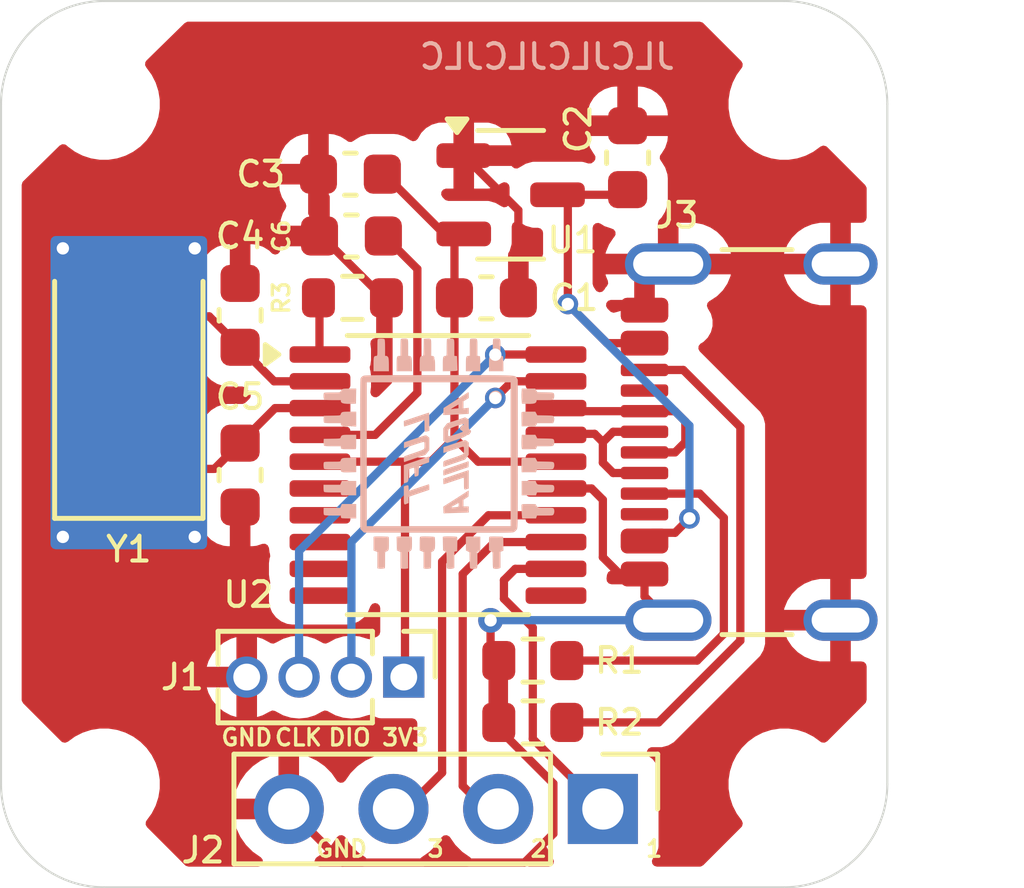
<source format=kicad_pcb>
(kicad_pcb (version 20240108) (generator "pcbnew") (generator_version "8.0")
  (layers (0 "F.Cu" signal) (31 "B.Cu" signal) (34 "B.Paste" user) (35 "F.Paste" user) (36 "B.SilkS" user "B.Silkscreen") (37 "F.SilkS" user "F.Silkscreen") (38 "B.Mask" user) (39 "F.Mask" user) (44 "Edge.Cuts" user))
  (net 0 "")
  (net 1 "+5V")
  (net 2 "GND")
  (net 3 "+3V3")
  (net 4 "OSC_IN")
  (net 5 "OSC_OUT")
  (net 6 "BOOT")
  (net 7 "OUT2")
  (net 8 "OUT3")
  (net 9 "OUT1")
  (net 10 "SWCLK")
  (net 11 "SWDIO")
  (net 12 "USB_DP")
  (net 14 "Net-(J3-CC2)")
  (net 16 "USB_DM")
  (net 17 "Net-(J3-CC1)")
  (net 18 "NRST")
  (footprint "Connector_PinHeader_2.54mm:PinHeader_1x04_P2.54mm_Vertical" (layer "F.Cu") (at 134 87.1 -90)
    (property "Reference" "J2" (at 1 9.7 180) (layer "F.SilkS") (effects (font (size 0.6 0.6) (thickness 0.1))))
    (property "Value" "PWM")
    (pad "1" thru_hole rect (at 0 0 270) (size 1.7 1.7) (drill 1) (layers "*.Cu" "*.Mask") (net 9 "OUT1"))
    (pad "2" thru_hole oval (at 0 2.54 270) (size 1.7 1.7) (drill 1) (layers "*.Cu" "*.Mask") (net 7 "OUT2"))
    (pad "3" thru_hole oval (at 0 5.08 270) (size 1.7 1.7) (drill 1) (layers "*.Cu" "*.Mask") (net 8 "OUT3"))
    (pad "4" thru_hole oval (at 0 7.62 270) (size 1.7 1.7) (drill 1) (layers "*.Cu" "*.Mask") (net 2 "GND"))
  )
  (footprint "MountingHole:MountingHole_2.2mm_M2" (layer "F.Cu") (at 138.4 86.5)
    (property "Reference" "REF**" (hide yes))
    (property "Value" "MountingHole_2.2mm_M2" (hide yes))
    (pad "" np_thru_hole circle (at 0 0) (size 2.2 2.2) (drill 2.2) (layers "*.Cu" "*.Mask"))
  )
  (footprint "Capacitor_SMD:C_0603_1608Metric" (layer "F.Cu") (at 127.875 71.7 180)
    (property "Reference" "C3" (at 2.175 0 0) (layer "F.SilkS") (effects (font (size 0.6 0.6) (thickness 0.1))))
    (property "Value" "1uF")
    (pad "1" smd roundrect (at -0.775 0 180) (size 0.9 0.95) (layers "F.Cu" "F.Paste" "F.Mask") (net 3 "+3V3"))
    (pad "2" smd roundrect (at 0.775 0 180) (size 0.9 0.95) (layers "F.Cu" "F.Paste" "F.Mask") (net 2 "GND"))
  )
  (footprint "Resistor_SMD:R_0603_1608Metric" (layer "F.Cu") (at 132.3 83.5)
    (property "Reference" "R1" (at 2.1 0 0) (layer "F.SilkS") (effects (font (size 0.6 0.6) (thickness 0.1))))
    (property "Value" "5.1k")
    (pad "1" smd roundrect (at -0.825 0) (size 0.8 0.95) (layers "F.Cu" "F.Paste" "F.Mask") (net 2 "GND"))
    (pad "2" smd roundrect (at 0.825 0) (size 0.8 0.95) (layers "F.Cu" "F.Paste" "F.Mask") (net 17 "Net-(J3-CC1)"))
  )
  (footprint "Capacitor_SMD:C_0603_1608Metric" (layer "F.Cu") (at 134.6 71.3 90)
    (property "Reference" "C2" (at 0.7 -1.2 90) (layer "F.SilkS") (effects (font (size 0.6 0.6) (thickness 0.1))))
    (property "Value" "1uF")
    (pad "1" smd roundrect (at -0.775 0 90) (size 0.9 0.95) (layers "F.Cu" "F.Paste" "F.Mask") (net 1 "+5V"))
    (pad "2" smd roundrect (at 0.775 0 90) (size 0.9 0.95) (layers "F.Cu" "F.Paste" "F.Mask") (net 2 "GND"))
  )
  (footprint "Capacitor_SMD:C_0603_1608Metric" (layer "F.Cu") (at 127.9 73.2 180)
    (property "Reference" "C6" (at 1.7 0 90) (layer "F.SilkS") (effects (font (size 0.4 0.4) (thickness 0.08) (bold yes))))
    (property "Value" "100nF")
    (pad "1" smd roundrect (at -0.775 0 180) (size 0.9 0.95) (layers "F.Cu" "F.Paste" "F.Mask") (net 18 "NRST"))
    (pad "2" smd roundrect (at 0.775 0 180) (size 0.9 0.95) (layers "F.Cu" "F.Paste" "F.Mask") (net 2 "GND"))
  )
  (footprint "Connector_USB:USB_C_Receptacle_GCT_USB4105-xx-A_16P_TopMnt_Horizontal" (layer "F.Cu") (at 138.69 78.2 90)
    (property "Reference" "J3" (at 5.5 -2.89 0) (layer "F.SilkS") (effects (font (size 0.6 0.6) (thickness 0.1))))
    (property "Value" "USB_C")
    (pad "" np_thru_hole circle (at -2.89 -2.605 90) (size 0.65 0.65) (drill 0.65) (layers "F&B.Cu" "*.Mask"))
    (pad "" np_thru_hole circle (at 2.89 -2.605 90) (size 0.65 0.65) (drill 0.65) (layers "F&B.Cu" "*.Mask"))
    (pad "A1" smd roundrect (at -3.2 -3.68 90) (size 0.6 1.15) (layers "F.Cu" "F.Paste" "F.Mask") (net 2 "GND"))
    (pad "A4" smd roundrect (at -2.4 -3.68 90) (size 0.6 1.15) (layers "F.Cu" "F.Paste" "F.Mask") (net 1 "+5V"))
    (pad "A5" smd roundrect (at -1.25 -3.68 90) (size 0.3 1.15) (layers "F.Cu" "F.Paste" "F.Mask") (net 17 "Net-(J3-CC1)"))
    (pad "A6" smd roundrect (at -0.25 -3.68 90) (size 0.3 1.15) (layers "F.Cu" "F.Paste" "F.Mask") (net 12 "USB_DP"))
    (pad "A7" smd roundrect (at 0.25 -3.68 90) (size 0.3 1.15) (layers "F.Cu" "F.Paste" "F.Mask") (net 16 "USB_DM"))
    (pad "A8" smd roundrect (at 1.25 -3.68 90) (size 0.3 1.15) (layers "F.Cu" "F.Paste" "F.Mask"))
    (pad "A9" smd roundrect (at 2.4 -3.68 90) (size 0.6 1.15) (layers "F.Cu" "F.Paste" "F.Mask") (net 1 "+5V"))
    (pad "A12" smd roundrect (at 3.2 -3.68 90) (size 0.6 1.15) (layers "F.Cu" "F.Paste" "F.Mask") (net 2 "GND"))
    (pad "B1" smd roundrect (at 3.2 -3.68 90) (size 0.6 1.15) (layers "F.Cu" "F.Paste" "F.Mask") (net 2 "GND"))
    (pad "B4" smd roundrect (at 2.4 -3.68 90) (size 0.6 1.15) (layers "F.Cu" "F.Paste" "F.Mask") (net 1 "+5V"))
    (pad "B5" smd roundrect (at 1.75 -3.68 90) (size 0.3 1.15) (layers "F.Cu" "F.Paste" "F.Mask") (net 14 "Net-(J3-CC2)"))
    (pad "B6" smd roundrect (at 0.75 -3.68 90) (size 0.3 1.15) (layers "F.Cu" "F.Paste" "F.Mask") (net 12 "USB_DP"))
    (pad "B7" smd roundrect (at -0.75 -3.68 90) (size 0.3 1.15) (layers "F.Cu" "F.Paste" "F.Mask") (net 16 "USB_DM"))
    (pad "B8" smd roundrect (at -1.75 -3.68 90) (size 0.3 1.15) (layers "F.Cu" "F.Paste" "F.Mask"))
    (pad "B9" smd roundrect (at -2.4 -3.68 90) (size 0.6 1.15) (layers "F.Cu" "F.Paste" "F.Mask") (net 1 "+5V"))
    (pad "B12" smd roundrect (at -3.2 -3.68 90) (size 0.6 1.15) (layers "F.Cu" "F.Paste" "F.Mask") (net 2 "GND"))
    (pad "S1" thru_hole oval (at -4.32 -3.105 90) (size 1 2.1) (drill oval 0.6 1.7) (layers "*.Cu" "*.Mask" "F.Paste") (net 2 "GND"))
    (pad "S1" thru_hole oval (at -4.32 1.075 90) (size 1 1.8) (drill oval 0.6 1.4) (layers "*.Cu" "*.Mask" "F.Paste") (net 2 "GND"))
    (pad "S1" thru_hole oval (at 4.32 -3.105 90) (size 1 2.1) (drill oval 0.6 1.7) (layers "*.Cu" "*.Mask" "F.Paste") (net 2 "GND"))
    (pad "S1" thru_hole oval (at 4.32 1.075 90) (size 1 1.8) (drill oval 0.6 1.4) (layers "*.Cu" "*.Mask" "F.Paste") (net 2 "GND"))
  )
  (footprint "Crystal:Crystal_SMD_5032-2Pin_5.0x3.2mm" (layer "F.Cu") (at 122.5 77 90)
    (property "Reference" "Y1" (at -3.8 0 180) (layer "F.SilkS") (effects (font (size 0.6 0.6) (thickness 0.1) (bold yes))))
    (property "Value" "8MHz")
    (pad "1" smd rect (at -1.85 0 90) (size 2 2.4) (layers "F.Cu" "F.Paste" "F.Mask") (net 5 "OSC_OUT"))
    (pad "2" smd rect (at 1.85 0 90) (size 2 2.4) (layers "F.Cu" "F.Paste" "F.Mask") (net 4 "OSC_IN"))
  )
  (footprint "Package_TO_SOT_SMD:SOT-23-3" (layer "F.Cu") (at 131.7625 72.2)
    (property "Reference" "U1" (at 1.5 1.1 0) (layer "F.SilkS") (effects (font (size 0.6 0.6) (thickness 0.1))))
    (property "Value" "XC6206P332MR")
    (pad "1" smd roundrect (at -1.1375 -0.95) (size 1.325 0.6) (layers "F.Cu" "F.Paste" "F.Mask") (net 2 "GND"))
    (pad "2" smd roundrect (at -1.1375 0.95) (size 1.325 0.6) (layers "F.Cu" "F.Paste" "F.Mask") (net 3 "+3V3"))
    (pad "3" smd roundrect (at 1.1375 0) (size 1.325 0.6) (layers "F.Cu" "F.Paste" "F.Mask") (net 1 "+5V"))
  )
  (footprint "Capacitor_SMD:C_0603_1608Metric" (layer "F.Cu") (at 131.175 74.7)
    (property "Reference" "C1" (at 2.125 0 180) (layer "F.SilkS") (effects (font (size 0.6 0.6) (thickness 0.1) (bold yes))))
    (property "Value" "100nF")
    (pad "1" smd roundrect (at -0.775 0) (size 0.9 0.95) (layers "F.Cu" "F.Paste" "F.Mask") (net 3 "+3V3"))
    (pad "2" smd roundrect (at 0.775 0) (size 0.9 0.95) (layers "F.Cu" "F.Paste" "F.Mask") (net 2 "GND"))
  )
  (footprint "Resistor_SMD:R_0603_1608Metric" (layer "F.Cu") (at 132.3 85)
    (property "Reference" "R2" (at 2.1 0 0) (layer "F.SilkS") (effects (font (size 0.6 0.6) (thickness 0.1))))
    (property "Value" "5.1k")
    (pad "1" smd roundrect (at -0.825 0) (size 0.8 0.95) (layers "F.Cu" "F.Paste" "F.Mask") (net 2 "GND"))
    (pad "2" smd roundrect (at 0.825 0) (size 0.8 0.95) (layers "F.Cu" "F.Paste" "F.Mask") (net 14 "Net-(J3-CC2)"))
  )
  (footprint "Connector_PinHeader_1.27mm:PinHeader_1x04_P1.27mm_Vertical" (layer "F.Cu") (at 129.17 83.9 -90)
    (property "Reference" "J1" (at 0 5.37 180) (layer "F.SilkS") (effects (font (size 0.6 0.6) (thickness 0.1) (bold yes))))
    (property "Value" "JTAG")
    (pad "1" thru_hole rect (at 0 0 270) (size 1 1) (drill 0.65) (layers "*.Cu" "*.Mask") (net 3 "+3V3"))
    (pad "2" thru_hole oval (at 0 1.27 270) (size 1 1) (drill 0.65) (layers "*.Cu" "*.Mask") (net 11 "SWDIO"))
    (pad "3" thru_hole oval (at 0 2.54 270) (size 1 1) (drill 0.65) (layers "*.Cu" "*.Mask") (net 10 "SWCLK"))
    (pad "4" thru_hole oval (at 0 3.81 270) (size 1 1) (drill 0.65) (layers "*.Cu" "*.Mask") (net 2 "GND"))
  )
  (footprint "Capacitor_SMD:C_0603_1608Metric" (layer "F.Cu") (at 125.2 75.125 90)
    (property "Reference" "C4" (at 1.925 0 180) (layer "F.SilkS") (effects (font (size 0.6 0.6) (thickness 0.1))))
    (property "Value" "20pF")
    (pad "1" smd roundrect (at -0.775 0 90) (size 0.9 0.95) (layers "F.Cu" "F.Paste" "F.Mask") (net 4 "OSC_IN"))
    (pad "2" smd roundrect (at 0.775 0 90) (size 0.9 0.95) (layers "F.Cu" "F.Paste" "F.Mask") (net 2 "GND"))
  )
  (footprint "Package_SO:TSSOP-20_4.4x6.5mm_P0.65mm" (layer "F.Cu") (at 130 79)
    (property "Reference" "U2" (at -4.6 2.9 0) (layer "F.SilkS") (effects (font (size 0.6 0.6) (thickness 0.1) (bold yes))))
    (property "Value" "STM32F070F6P6")
    (pad "1" smd roundrect (at -2.8625 -2.925) (size 1.475 0.4) (layers "F.Cu" "F.Paste" "F.Mask") (net 6 "BOOT"))
    (pad "2" smd roundrect (at -2.8625 -2.275) (size 1.475 0.4) (layers "F.Cu" "F.Paste" "F.Mask") (net 4 "OSC_IN"))
    (pad "3" smd roundrect (at -2.8625 -1.625) (size 1.475 0.4) (layers "F.Cu" "F.Paste" "F.Mask") (net 5 "OSC_OUT"))
    (pad "4" smd roundrect (at -2.8625 -0.975) (size 1.475 0.4) (layers "F.Cu" "F.Paste" "F.Mask") (net 18 "NRST"))
    (pad "5" smd roundrect (at -2.8625 -0.325) (size 1.475 0.4) (layers "F.Cu" "F.Paste" "F.Mask") (net 3 "+3V3"))
    (pad "6" smd roundrect (at -2.8625 0.325) (size 1.475 0.4) (layers "F.Cu" "F.Paste" "F.Mask"))
    (pad "7" smd roundrect (at -2.8625 0.975) (size 1.475 0.4) (layers "F.Cu" "F.Paste" "F.Mask"))
    (pad "8" smd roundrect (at -2.8625 1.625) (size 1.475 0.4) (layers "F.Cu" "F.Paste" "F.Mask"))
    (pad "9" smd roundrect (at -2.8625 2.275) (size 1.475 0.4) (layers "F.Cu" "F.Paste" "F.Mask"))
    (pad "10" smd roundrect (at -2.8625 2.925) (size 1.475 0.4) (layers "F.Cu" "F.Paste" "F.Mask"))
    (pad "11" smd roundrect (at 2.8625 2.925) (size 1.475 0.4) (layers "F.Cu" "F.Paste" "F.Mask"))
    (pad "12" smd roundrect (at 2.8625 2.275) (size 1.475 0.4) (layers "F.Cu" "F.Paste" "F.Mask") (net 9 "OUT1"))
    (pad "13" smd roundrect (at 2.8625 1.625) (size 1.475 0.4) (layers "F.Cu" "F.Paste" "F.Mask") (net 7 "OUT2"))
    (pad "14" smd roundrect (at 2.8625 0.975) (size 1.475 0.4) (layers "F.Cu" "F.Paste" "F.Mask") (net 8 "OUT3"))
    (pad "15" smd roundrect (at 2.8625 0.325) (size 1.475 0.4) (layers "F.Cu" "F.Paste" "F.Mask") (net 2 "GND"))
    (pad "16" smd roundrect (at 2.8625 -0.325) (size 1.475 0.4) (layers "F.Cu" "F.Paste" "F.Mask") (net 3 "+3V3"))
    (pad "17" smd roundrect (at 2.8625 -0.975) (size 1.475 0.4) (layers "F.Cu" "F.Paste" "F.Mask") (net 16 "USB_DM"))
    (pad "18" smd roundrect (at 2.8625 -1.625) (size 1.475 0.4) (layers "F.Cu" "F.Paste" "F.Mask") (net 12 "USB_DP"))
    (pad "19" smd roundrect (at 2.8625 -2.275) (size 1.475 0.4) (layers "F.Cu" "F.Paste" "F.Mask") (net 11 "SWDIO"))
    (pad "20" smd roundrect (at 2.8625 -2.925) (size 1.475 0.4) (layers "F.Cu" "F.Paste" "F.Mask") (net 10 "SWCLK"))
  )
  (footprint "MountingHole:MountingHole_2.2mm_M2" (layer "F.Cu") (at 138.4 70)
    (property "Reference" "REF**" (hide yes))
    (property "Value" "MountingHole_2.2mm_M2" (hide yes))
    (pad "" np_thru_hole circle (at 0 0) (size 2.2 2.2) (drill 2.2) (layers "*.Cu" "*.Mask"))
  )
  (footprint "MountingHole:MountingHole_2.2mm_M2" (layer "F.Cu") (at 121.9 86.5)
    (property "Reference" "REF**" (hide yes))
    (property "Value" "MountingHole_2.2mm_M2" (hide yes))
    (pad "" np_thru_hole circle (at 0 0) (size 2.2 2.2) (drill 2.2) (layers "*.Cu" "*.Mask"))
  )
  (footprint "Resistor_SMD:R_0603_1608Metric" (layer "F.Cu") (at 127.925 74.7 180)
    (property "Reference" "R3" (at 1.725 0 90) (layer "F.SilkS") (effects (font (size 0.4 0.4) (thickness 0.08) (bold yes))))
    (property "Value" "10k")
    (pad "1" smd roundrect (at -0.825 0 180) (size 0.8 0.95) (layers "F.Cu" "F.Paste" "F.Mask") (net 2 "GND"))
    (pad "2" smd roundrect (at 0.825 0 180) (size 0.8 0.95) (layers "F.Cu" "F.Paste" "F.Mask") (net 6 "BOOT"))
  )
  (footprint "Capacitor_SMD:C_0603_1608Metric" (layer "F.Cu") (at 125.2 79 -90)
    (property "Reference" "C5" (at -1.9 0 180) (layer "F.SilkS") (effects (font (size 0.6 0.6) (thickness 0.1))))
    (property "Value" "20pF")
    (pad "1" smd roundrect (at -0.775 0 270) (size 0.9 0.95) (layers "F.Cu" "F.Paste" "F.Mask") (net 5 "OSC_OUT"))
    (pad "2" smd roundrect (at 0.775 0 270) (size 0.9 0.95) (layers "F.Cu" "F.Paste" "F.Mask") (net 2 "GND"))
  )
  (footprint "MountingHole:MountingHole_2.2mm_M2" (layer "F.Cu") (at 121.9 70)
    (property "Reference" "REF**" (hide yes))
    (property "Value" "MountingHole_2.2mm_M2" (hide yes))
    (pad "" np_thru_hole circle (at 0 0) (size 2.2 2.2) (drill 2.2) (layers "*.Cu" "*.Mask"))
  )
  (footprint "pcb:luftaquila" (layer "B.Cu") (at 130 78.5 -90)
    (property "Reference" "G***" (hide yes))
    (property "Value" "LOGO" (hide yes))
  )
  (gr_arc (start 121.9 89) (mid 120.132233 88.267767) (end 119.4 86.5) (stroke (width 0.05)) (layer "Edge.Cuts"))
  (gr_line (start 140.9 70) (end 140.9 86.5) (stroke (width 0.05)) (layer "Edge.Cuts"))
  (gr_line (start 121.9 67.5) (end 138.4 67.5) (stroke (width 0.05)) (layer "Edge.Cuts"))
  (gr_arc (start 119.4 70) (mid 120.132233 68.232233) (end 121.9 67.5) (stroke (width 0.05)) (layer "Edge.Cuts"))
  (gr_arc (start 140.9 86.5) (mid 140.167767 88.267767) (end 138.4 89) (stroke (width 0.05)) (layer "Edge.Cuts"))
  (gr_line (start 119.4 86.5) (end 119.4 70) (stroke (width 0.05)) (layer "Edge.Cuts"))
  (gr_line (start 138.4 89) (end 121.9 89) (stroke (width 0.05)) (layer "Edge.Cuts"))
  (gr_arc (start 138.4 67.5) (mid 140.167767 68.232233) (end 140.9 70) (stroke (width 0.05)) (layer "Edge.Cuts"))
  (gr_text "JLCJLCJLCJLC" (at 135.8 69.2 0) (layer "B.SilkS") (effects (font (size 0.6 0.6) (thickness 0.1) (bold yes)) (justify left bottom mirror)))
  (gr_text "3V3" (at 128.6 85.6 0) (layer "F.SilkS") (effects (font (size 0.4 0.4) (thickness 0.08) (bold yes)) (justify left bottom)))
  (gr_text "2" (at 132.2 88.3 0) (layer "F.SilkS") (effects (font (size 0.4 0.4) (thickness 0.08) (bold yes)) (justify left bottom)))
  (gr_text "DIO" (at 127.3 85.6 0) (layer "F.SilkS") (effects (font (size 0.4 0.4) (thickness 0.08) (bold yes)) (justify left bottom)))
  (gr_text "GND" (at 124.7 85.6 0) (layer "F.SilkS") (effects (font (size 0.4 0.4) (thickness 0.08) (bold yes)) (justify left bottom)))
  (gr_text "GND" (at 127 88.3 0) (layer "F.SilkS") (effects (font (size 0.4 0.4) (thickness 0.08) (bold yes)) (justify left bottom)))
  (gr_text "1" (at 135 88.3 0) (layer "F.SilkS") (effects (font (size 0.4 0.4) (thickness 0.08) (bold yes)) (justify left bottom)))
  (gr_text "3" (at 129.7 88.3 0) (layer "F.SilkS") (effects (font (size 0.4 0.4) (thickness 0.08) (bold yes)) (justify left bottom)))
  (gr_text "CLK" (at 126 85.6 0) (layer "F.SilkS") (effects (font (size 0.4 0.4) (thickness 0.08) (bold yes)) (justify left bottom)))
  (segment (start 135.21 80.4) (end 135.75 80.4) (width 0.2) (layer "F.Cu") (net 1))
  (segment (start 133.15 74.85) (end 134.1 75.8) (width 0.2) (layer "F.Cu") (net 1))
  (segment (start 134.1 75.8) (end 135.01 75.8) (width 0.2) (layer "F.Cu") (net 1))
  (segment (start 135.75 80.4) (end 136.1 80.05) (width 0.2) (layer "F.Cu") (net 1))
  (segment (start 133.15 74.85) (end 133.15 72.45) (width 0.2) (layer "F.Cu") (net 1))
  (segment (start 133.15 72.45) (end 132.9 72.2) (width 0.2) (layer "F.Cu") (net 1))
  (segment (start 132.9 72.2) (end 134.475 72.2) (width 0.2) (layer "F.Cu") (net 1))
  (via (at 133.15 74.85) (size 0.5) (drill 0.3) (layers "F.Cu" "B.Cu") (net 1))
  (via (at 136.1 80.05) (size 0.5) (drill 0.3) (layers "F.Cu" "B.Cu") (net 1))
  (segment (start 133.15 74.85) (end 136.1 77.8) (width 0.2) (layer "B.Cu") (net 1))
  (segment (start 136.1 77.8) (end 136.1 80.05) (width 0.2) (layer "B.Cu") (net 1))
  (segment (start 132.1 88.4) (end 127.68 88.4) (width 0.2) (layer "F.Cu") (net 2))
  (segment (start 127.68 88.4) (end 126.38 87.1) (width 0.2) (layer "F.Cu") (net 2))
  (segment (start 135.01 81.4) (end 134.406544 81.4) (width 0.2) (layer "F.Cu") (net 2))
  (segment (start 135.01 81.945) (end 135.585 82.52) (width 0.2) (layer "F.Cu") (net 2))
  (segment (start 132.8 87.7) (end 132.1 88.4) (width 0.2) (layer "F.Cu") (net 2))
  (segment (start 127.175 73.2) (end 128.675 74.7) (width 0.2) (layer "F.Cu") (net 2))
  (segment (start 131.475 85.157843) (end 132.8 86.482843) (width 0.2) (layer "F.Cu") (net 2))
  (segment (start 131.95 74.7) (end 131.95 72.575) (width 0.2) (layer "F.Cu") (net 2))
  (segment (start 134 80.993456) (end 134 79.6) (width 0.2) (layer "F.Cu") (net 2))
  (segment (start 132.8 86.482843) (end 132.8 87.7) (width 0.2) (layer "F.Cu") (net 2))
  (segment (start 131.275735 82.524265) (end 131.275735 83.300735) (width 0.2) (layer "F.Cu") (net 2))
  (segment (start 131.95 72.575) (end 130.625 71.25) (width 0.2) (layer "F.Cu") (net 2))
  (segment (start 131.275735 83.300735) (end 131.475 83.5) (width 0.2) (layer "F.Cu") (net 2))
  (segment (start 133.725 79.325) (end 132.8625 79.325) (width 0.2) (layer "F.Cu") (net 2))
  (segment (start 134.406544 81.4) (end 134 80.993456) (width 0.2) (layer "F.Cu") (net 2))
  (segment (start 135.01 81.4) (end 135.01 81.945) (width 0.2) (layer "F.Cu") (net 2))
  (segment (start 134 79.6) (end 133.725 79.325) (width 0.2) (layer "F.Cu") (net 2))
  (via (at 131.275735 82.524265) (size 0.6) (drill 0.3) (layers "F.Cu" "B.Cu") (net 2))
  (via (at 120.9 73.5) (size 0.6) (drill 0.3) (layers "F.Cu" "B.Cu") (net 2))
  (via (at 120.9 80.5) (size 0.6) (drill 0.3) (layers "F.Cu" "B.Cu") (net 2))
  (via (at 124.1 80.5) (size 0.6) (drill 0.3) (layers "F.Cu" "B.Cu") (net 2))
  (via (at 124.1 73.5) (size 0.6) (drill 0.3) (layers "F.Cu" "B.Cu") (net 2))
  (segment (start 131.28 82.52) (end 135.585 82.52) (width 0.2) (layer "B.Cu") (net 2))
  (segment (start 131.275735 82.524265) (end 131.28 82.52) (width 0.2) (layer "B.Cu") (net 2))
  (segment (start 130.4 74.9125) (end 130.4 78.1) (width 0.2) (layer "F.Cu") (net 3))
  (segment (start 130.15 73.15) (end 128.7 71.7) (width 0.2) (layer "F.Cu") (net 3))
  (segment (start 130.4 78.1) (end 129.825 78.675) (width 0.2) (layer "F.Cu") (net 3))
  (segment (start 130.4 73.375) (end 130.625 73.15) (width 0.2) (layer "F.Cu") (net 3))
  (segment (start 130.4 78.1) (end 130.975 78.675) (width 0.2) (layer "F.Cu") (net 3))
  (segment (start 130.975 78.675) (end 132.8625 78.675) (width 0.2) (layer "F.Cu") (net 3))
  (segment (start 129.2 78.675) (end 129.2 83.97) (width 0.2) (layer "F.Cu") (net 3))
  (segment (start 130.4 74.7) (end 130.4 73.375) (width 0.2) (layer "F.Cu") (net 3))
  (segment (start 129.825 78.675) (end 127.1375 78.675) (width 0.2) (layer "F.Cu") (net 3))
  (segment (start 129.825 78.675) (end 129.2 78.675) (width 0.2) (layer "F.Cu") (net 3))
  (segment (start 126.025 76.725) (end 127.1375 76.725) (width 0.2) (layer "F.Cu") (net 4))
  (segment (start 124.45 75.15) (end 125.2 75.9) (width 0.2) (layer "F.Cu") (net 4))
  (segment (start 125.2 75.9) (end 126.025 76.725) (width 0.2) (layer "F.Cu") (net 4))
  (segment (start 122.5 75.15) (end 124.45 75.15) (width 0.2) (layer "F.Cu") (net 4))
  (segment (start 124.575 78.85) (end 125.2 78.225) (width 0.2) (layer "F.Cu") (net 5))
  (segment (start 125.2 78.225) (end 126.05 77.375) (width 0.2) (layer "F.Cu") (net 5))
  (segment (start 122.5 78.85) (end 124.575 78.85) (width 0.2) (layer "F.Cu") (net 5))
  (segment (start 125.4 78.0625) (end 125.2375 78.0625) (width 0.2) (layer "F.Cu") (net 5))
  (segment (start 126.05 77.375) (end 127.1375 77.375) (width 0.2) (layer "F.Cu") (net 5))
  (segment (start 127.125 74.7) (end 127.125 76.0625) (width 0.2) (layer "F.Cu") (net 6))
  (segment (start 130.6 81.4) (end 130.6 86.54) (width 0.2) (layer "F.Cu") (net 7))
  (segment (start 130.6 86.54) (end 131.46 87.4) (width 0.2) (layer "F.Cu") (net 7))
  (segment (start 132.8625 80.625) (end 131.375 80.625) (width 0.2) (layer "F.Cu") (net 7))
  (segment (start 131.375 80.625) (end 130.6 81.4) (width 0.2) (layer "F.Cu") (net 7))
  (segment (start 132.8625 79.975) (end 131.225 79.975) (width 0.2) (layer "F.Cu") (net 8))
  (segment (start 130.1 81.1) (end 130.1 86.22) (width 0.2) (layer "F.Cu") (net 8))
  (segment (start 130.1 86.22) (end 128.92 87.4) (width 0.2) (layer "F.Cu") (net 8))
  (segment (start 131.225 79.975) (end 130.1 81.1) (width 0.2) (layer "F.Cu") (net 8))
  (segment (start 131.6 81.55) (end 131.6 82) (width 0.2) (layer "F.Cu") (net 9))
  (segment (start 132.8625 81.275) (end 131.875 81.275) (width 0.2) (layer "F.Cu") (net 9))
  (segment (start 131.6 82) (end 132.3 82.7) (width 0.2) (layer "F.Cu") (net 9))
  (segment (start 132.3 82.7) (end 132.3 85.4) (width 0.2) (layer "F.Cu") (net 9))
  (segment (start 131.875 81.275) (end 131.6 81.55) (width 0.2) (layer "F.Cu") (net 9))
  (segment (start 132.3 85.4) (end 134 87.1) (width 0.2) (layer "F.Cu") (net 9))
  (segment (start 131.395 76.075) (end 131.39 76.08) (width 0.2) (layer "F.Cu") (net 10))
  (segment (start 132.8625 76.075) (end 131.395 76.075) (width 0.2) (layer "F.Cu") (net 10))
  (via (at 131.39 76.08) (size 0.5) (drill 0.3) (layers "F.Cu" "B.Cu") (net 10))
  (segment (start 126.63 80.84) (end 126.63 84) (width 0.2) (layer "B.Cu") (net 10))
  (segment (start 131.39 76.08) (end 126.63 80.84) (width 0.2) (layer "B.Cu") (net 10))
  (segment (start 132.8625 76.725) (end 131.795 76.725) (width 0.2) (layer "F.Cu") (net 11))
  (segment (start 131.795 76.725) (end 131.39 77.13) (width 0.2) (layer "F.Cu") (net 11))
  (via (at 131.39 77.13) (size 0.5) (drill 0.3) (layers "F.Cu" "B.Cu") (net 11))
  (segment (start 131.39 77.13) (end 127.9 80.62) (width 0.2) (layer "B.Cu") (net 11))
  (segment (start 127.9 80.62) (end 127.9 84) (width 0.2) (layer "B.Cu") (net 11))
  (segment (start 135.12 77.45) (end 132.9375 77.45) (width 0.2) (layer "F.Cu") (net 12))
  (segment (start 136 77.7) (end 135.75 77.45) (width 0.2) (layer "F.Cu") (net 12))
  (segment (start 135.75 78.45) (end 136 78.2) (width 0.2) (layer "F.Cu") (net 12))
  (segment (start 136 78.2) (end 136 77.7) (width 0.2) (layer "F.Cu") (net 12))
  (segment (start 135.01 78.45) (end 135.75 78.45) (width 0.2) (layer "F.Cu") (net 12))
  (segment (start 135.75 77.45) (end 135.01 77.45) (width 0.2) (layer "F.Cu") (net 12))
  (segment (start 135.95 76.45) (end 137.335 77.835) (width 0.2) (layer "F.Cu") (net 14))
  (segment (start 135.01 76.45) (end 135.95 76.45) (width 0.2) (layer "F.Cu") (net 14))
  (segment (start 137.335 83.017057) (end 135.352057 85) (width 0.2) (layer "F.Cu") (net 14))
  (segment (start 137.335 77.835) (end 137.335 83.017057) (width 0.2) (layer "F.Cu") (net 14))
  (segment (start 135.352057 85) (end 133.125 85) (width 0.2) (layer "F.Cu") (net 14))
  (segment (start 134 78.2) (end 134.25 77.95) (width 0.2) (layer "F.Cu") (net 16))
  (segment (start 134.25 78.95) (end 134 78.7) (width 0.2) (layer "F.Cu") (net 16))
  (segment (start 134 78.2) (end 133.8 78) (width 0.2) (layer "F.Cu") (net 16))
  (segment (start 133.8 78) (end 132.8875 78) (width 0.2) (layer "F.Cu") (net 16))
  (segment (start 134.25 77.95) (end 135.01 77.95) (width 0.2) (layer "F.Cu") (net 16))
  (segment (start 134 78.7) (end 134 78.2) (width 0.2) (layer "F.Cu") (net 16))
  (segment (start 135.01 78.95) (end 134.25 78.95) (width 0.2) (layer "F.Cu") (net 16))
  (segment (start 136.348529 79.45) (end 136.935 80.036471) (width 0.2) (layer "F.Cu") (net 17))
  (segment (start 136.935 80.036471) (end 136.935 82.851371) (width 0.2) (layer "F.Cu") (net 17))
  (segment (start 136.286371 83.5) (end 133.125 83.5) (width 0.2) (layer "F.Cu") (net 17))
  (segment (start 136.935 82.851371) (end 136.286371 83.5) (width 0.2) (layer "F.Cu") (net 17))
  (segment (start 135.01 79.45) (end 136.348529 79.45) (width 0.2) (layer "F.Cu") (net 17))
  (segment (start 128.475 78.025) (end 127.1375 78.025) (width 0.2) (layer "F.Cu") (net 18))
  (segment (start 129.5 77) (end 128.475 78.025) (width 0.2) (layer "F.Cu") (net 18))
  (segment (start 129.5 74) (end 129.5 77) (width 0.2) (layer "F.Cu") (net 18))
  (segment (start 128.725 73.225) (end 129.5 74) (width 0.2) (layer "F.Cu") (net 18))
  (zone (net 2) (net_name "GND") (layer "F.Cu") (connect_pads (clearance 0.5)) (min_thickness 0.25) (fill yes (thermal_gap 0.5) (thermal_bridge_width 0.5))
    (polygon (pts (xy 124.4 67.5) (xy 119.4 72.4) (xy 119.4 84) (xy 124.4 89) (xy 135.9 89) (xy 140.9 84) (xy 140.9 72.5) (xy 135.9 67.5)))
  )
  (zone (net 2) (net_name "GND") (layer "B.Cu") (priority 1) (connect_pads (clearance 0.5)) (min_thickness 0.25) (fill yes (thermal_gap 0.5) (thermal_bridge_width 0.5))
    (polygon (pts (xy 120.6 73.2) (xy 120.6 80.8) (xy 124.4 80.8) (xy 124.4 73.2)))
  )
)
</source>
